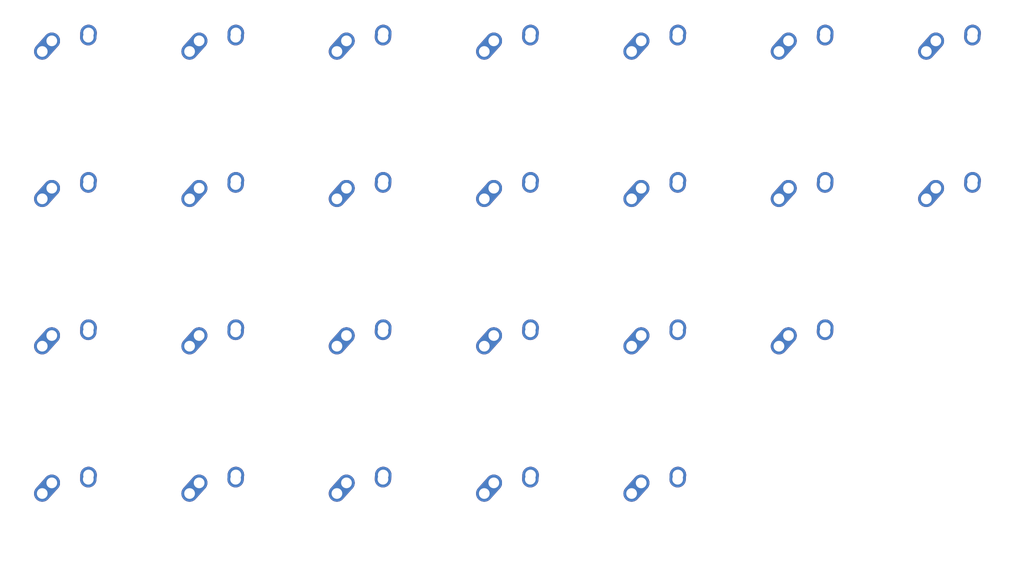
<source format=kicad_pcb>
(kicad_pcb (version 20171130) (host pcbnew "(5.1.9)-1")

  (general
    (thickness 1.6)
    (drawings 0)
    (tracks 0)
    (zones 0)
    (modules 25)
    (nets 31)
  )

  (page A4)
  (layers
    (0 F.Cu signal)
    (31 B.Cu signal)
    (32 B.Adhes user)
    (33 F.Adhes user)
    (34 B.Paste user)
    (35 F.Paste user)
    (36 B.SilkS user)
    (37 F.SilkS user)
    (38 B.Mask user)
    (39 F.Mask user)
    (40 Dwgs.User user)
    (41 Cmts.User user)
    (42 Eco1.User user)
    (43 Eco2.User user)
    (44 Edge.Cuts user)
    (45 Margin user)
    (46 B.CrtYd user)
    (47 F.CrtYd user)
    (48 B.Fab user)
    (49 F.Fab user)
  )

  (setup
    (last_trace_width 0.25)
    (trace_clearance 0.2)
    (zone_clearance 0.508)
    (zone_45_only no)
    (trace_min 0.2)
    (via_size 0.8)
    (via_drill 0.4)
    (via_min_size 0.4)
    (via_min_drill 0.3)
    (uvia_size 0.3)
    (uvia_drill 0.1)
    (uvias_allowed no)
    (uvia_min_size 0.2)
    (uvia_min_drill 0.1)
    (edge_width 0.05)
    (segment_width 0.2)
    (pcb_text_width 0.3)
    (pcb_text_size 1.5 1.5)
    (mod_edge_width 0.12)
    (mod_text_size 1 1)
    (mod_text_width 0.15)
    (pad_size 1.524 1.524)
    (pad_drill 0.762)
    (pad_to_mask_clearance 0)
    (aux_axis_origin 0 0)
    (visible_elements FFFFFF7F)
    (pcbplotparams
      (layerselection 0x010fc_ffffffff)
      (usegerberextensions false)
      (usegerberattributes true)
      (usegerberadvancedattributes true)
      (creategerberjobfile true)
      (excludeedgelayer true)
      (linewidth 0.100000)
      (plotframeref false)
      (viasonmask false)
      (mode 1)
      (useauxorigin false)
      (hpglpennumber 1)
      (hpglpenspeed 20)
      (hpglpendiameter 15.000000)
      (psnegative false)
      (psa4output false)
      (plotreference true)
      (plotvalue true)
      (plotinvisibletext false)
      (padsonsilk false)
      (subtractmaskfromsilk false)
      (outputformat 1)
      (mirror false)
      (drillshape 1)
      (scaleselection 1)
      (outputdirectory ""))
  )

  (net 0 "")
  (net 1 COL0)
  (net 2 "Net-(D1-Pad2)")
  (net 3 "Net-(D2-Pad2)")
  (net 4 "Net-(D3-Pad2)")
  (net 5 "Net-(D4-Pad2)")
  (net 6 "Net-(D5-Pad2)")
  (net 7 COL1)
  (net 8 "Net-(D6-Pad2)")
  (net 9 "Net-(D7-Pad2)")
  (net 10 "Net-(D8-Pad2)")
  (net 11 "Net-(D9-Pad2)")
  (net 12 "Net-(D10-Pad2)")
  (net 13 COL2)
  (net 14 "Net-(D11-Pad2)")
  (net 15 "Net-(D12-Pad2)")
  (net 16 "Net-(D13-Pad2)")
  (net 17 "Net-(D14-Pad2)")
  (net 18 "Net-(D15-Pad2)")
  (net 19 COL3)
  (net 20 "Net-(D16-Pad2)")
  (net 21 "Net-(D17-Pad2)")
  (net 22 "Net-(D18-Pad2)")
  (net 23 "Net-(D19-Pad2)")
  (net 24 "Net-(D20-Pad2)")
  (net 25 COL4)
  (net 26 "Net-(D21-Pad2)")
  (net 27 "Net-(D22-Pad2)")
  (net 28 "Net-(D23-Pad2)")
  (net 29 "Net-(D24-Pad2)")
  (net 30 "Net-(D25-Pad2)")

  (net_class Default "This is the default net class."
    (clearance 0.2)
    (trace_width 0.25)
    (via_dia 0.8)
    (via_drill 0.4)
    (uvia_dia 0.3)
    (uvia_drill 0.1)
    (add_net COL0)
    (add_net COL1)
    (add_net COL2)
    (add_net COL3)
    (add_net COL4)
    (add_net "Net-(D1-Pad2)")
    (add_net "Net-(D10-Pad2)")
    (add_net "Net-(D11-Pad2)")
    (add_net "Net-(D12-Pad2)")
    (add_net "Net-(D13-Pad2)")
    (add_net "Net-(D14-Pad2)")
    (add_net "Net-(D15-Pad2)")
    (add_net "Net-(D16-Pad2)")
    (add_net "Net-(D17-Pad2)")
    (add_net "Net-(D18-Pad2)")
    (add_net "Net-(D19-Pad2)")
    (add_net "Net-(D2-Pad2)")
    (add_net "Net-(D20-Pad2)")
    (add_net "Net-(D21-Pad2)")
    (add_net "Net-(D22-Pad2)")
    (add_net "Net-(D23-Pad2)")
    (add_net "Net-(D24-Pad2)")
    (add_net "Net-(D25-Pad2)")
    (add_net "Net-(D3-Pad2)")
    (add_net "Net-(D4-Pad2)")
    (add_net "Net-(D5-Pad2)")
    (add_net "Net-(D6-Pad2)")
    (add_net "Net-(D7-Pad2)")
    (add_net "Net-(D8-Pad2)")
    (add_net "Net-(D9-Pad2)")
  )

  (module MX_Alps_Hybrid:MX-1U-NoLED (layer F.Cu) (tedit 5A9F5203) (tstamp 605B76B9)
    (at 196.49 78.74)
    (path /605E4EAE)
    (fp_text reference MX25 (at 0 3.175) (layer Dwgs.User)
      (effects (font (size 1 1) (thickness 0.15)))
    )
    (fp_text value MX-NoLED (at 0 -7.9375) (layer Dwgs.User)
      (effects (font (size 1 1) (thickness 0.15)))
    )
    (fp_line (start 5 -7) (end 7 -7) (layer Dwgs.User) (width 0.15))
    (fp_line (start 7 -7) (end 7 -5) (layer Dwgs.User) (width 0.15))
    (fp_line (start 5 7) (end 7 7) (layer Dwgs.User) (width 0.15))
    (fp_line (start 7 7) (end 7 5) (layer Dwgs.User) (width 0.15))
    (fp_line (start -7 5) (end -7 7) (layer Dwgs.User) (width 0.15))
    (fp_line (start -7 7) (end -5 7) (layer Dwgs.User) (width 0.15))
    (fp_line (start -5 -7) (end -7 -7) (layer Dwgs.User) (width 0.15))
    (fp_line (start -7 -7) (end -7 -5) (layer Dwgs.User) (width 0.15))
    (fp_line (start -9.525 -9.525) (end 9.525 -9.525) (layer Dwgs.User) (width 0.15))
    (fp_line (start 9.525 -9.525) (end 9.525 9.525) (layer Dwgs.User) (width 0.15))
    (fp_line (start 9.525 9.525) (end -9.525 9.525) (layer Dwgs.User) (width 0.15))
    (fp_line (start -9.525 9.525) (end -9.525 -9.525) (layer Dwgs.User) (width 0.15))
    (pad "" np_thru_hole circle (at 5.08 0 48.0996) (size 1.75 1.75) (drill 1.75) (layers *.Cu *.Mask))
    (pad "" np_thru_hole circle (at -5.08 0 48.0996) (size 1.75 1.75) (drill 1.75) (layers *.Cu *.Mask))
    (pad 1 thru_hole circle (at -2.5 -4) (size 2.25 2.25) (drill 1.47) (layers *.Cu B.Mask)
      (net 25 COL4))
    (pad "" np_thru_hole circle (at 0 0) (size 3.9878 3.9878) (drill 3.9878) (layers *.Cu *.Mask))
    (pad 1 thru_hole oval (at -3.81 -2.54 48.0996) (size 4.211556 2.25) (drill 1.47 (offset 0.980778 0)) (layers *.Cu B.Mask)
      (net 25 COL4))
    (pad 2 thru_hole circle (at 2.54 -5.08) (size 2.25 2.25) (drill 1.47) (layers *.Cu B.Mask)
      (net 30 "Net-(D25-Pad2)"))
    (pad 2 thru_hole oval (at 2.5 -4.5 86.0548) (size 2.831378 2.25) (drill 1.47 (offset 0.290689 0)) (layers *.Cu B.Mask)
      (net 30 "Net-(D25-Pad2)"))
  )

  (module MX_Alps_Hybrid:MX-1U-NoLED (layer F.Cu) (tedit 5A9F5203) (tstamp 605B76A2)
    (at 176.29 98.94)
    (path /605E4D44)
    (fp_text reference MX20 (at 0 3.175) (layer Dwgs.User)
      (effects (font (size 1 1) (thickness 0.15)))
    )
    (fp_text value MX-NoLED (at 0 -7.9375) (layer Dwgs.User)
      (effects (font (size 1 1) (thickness 0.15)))
    )
    (fp_line (start 5 -7) (end 7 -7) (layer Dwgs.User) (width 0.15))
    (fp_line (start 7 -7) (end 7 -5) (layer Dwgs.User) (width 0.15))
    (fp_line (start 5 7) (end 7 7) (layer Dwgs.User) (width 0.15))
    (fp_line (start 7 7) (end 7 5) (layer Dwgs.User) (width 0.15))
    (fp_line (start -7 5) (end -7 7) (layer Dwgs.User) (width 0.15))
    (fp_line (start -7 7) (end -5 7) (layer Dwgs.User) (width 0.15))
    (fp_line (start -5 -7) (end -7 -7) (layer Dwgs.User) (width 0.15))
    (fp_line (start -7 -7) (end -7 -5) (layer Dwgs.User) (width 0.15))
    (fp_line (start -9.525 -9.525) (end 9.525 -9.525) (layer Dwgs.User) (width 0.15))
    (fp_line (start 9.525 -9.525) (end 9.525 9.525) (layer Dwgs.User) (width 0.15))
    (fp_line (start 9.525 9.525) (end -9.525 9.525) (layer Dwgs.User) (width 0.15))
    (fp_line (start -9.525 9.525) (end -9.525 -9.525) (layer Dwgs.User) (width 0.15))
    (pad "" np_thru_hole circle (at 5.08 0 48.0996) (size 1.75 1.75) (drill 1.75) (layers *.Cu *.Mask))
    (pad "" np_thru_hole circle (at -5.08 0 48.0996) (size 1.75 1.75) (drill 1.75) (layers *.Cu *.Mask))
    (pad 1 thru_hole circle (at -2.5 -4) (size 2.25 2.25) (drill 1.47) (layers *.Cu B.Mask)
      (net 25 COL4))
    (pad "" np_thru_hole circle (at 0 0) (size 3.9878 3.9878) (drill 3.9878) (layers *.Cu *.Mask))
    (pad 1 thru_hole oval (at -3.81 -2.54 48.0996) (size 4.211556 2.25) (drill 1.47 (offset 0.980778 0)) (layers *.Cu B.Mask)
      (net 25 COL4))
    (pad 2 thru_hole circle (at 2.54 -5.08) (size 2.25 2.25) (drill 1.47) (layers *.Cu B.Mask)
      (net 24 "Net-(D20-Pad2)"))
    (pad 2 thru_hole oval (at 2.5 -4.5 86.0548) (size 2.831378 2.25) (drill 1.47 (offset 0.290689 0)) (layers *.Cu B.Mask)
      (net 24 "Net-(D20-Pad2)"))
  )

  (module MX_Alps_Hybrid:MX-1U-NoLED (layer F.Cu) (tedit 5A9F5203) (tstamp 605B768B)
    (at 156.09 119.14)
    (path /605E459C)
    (fp_text reference MX15 (at 0 3.175) (layer Dwgs.User)
      (effects (font (size 1 1) (thickness 0.15)))
    )
    (fp_text value MX-NoLED (at 0 -7.9375) (layer Dwgs.User)
      (effects (font (size 1 1) (thickness 0.15)))
    )
    (fp_line (start 5 -7) (end 7 -7) (layer Dwgs.User) (width 0.15))
    (fp_line (start 7 -7) (end 7 -5) (layer Dwgs.User) (width 0.15))
    (fp_line (start 5 7) (end 7 7) (layer Dwgs.User) (width 0.15))
    (fp_line (start 7 7) (end 7 5) (layer Dwgs.User) (width 0.15))
    (fp_line (start -7 5) (end -7 7) (layer Dwgs.User) (width 0.15))
    (fp_line (start -7 7) (end -5 7) (layer Dwgs.User) (width 0.15))
    (fp_line (start -5 -7) (end -7 -7) (layer Dwgs.User) (width 0.15))
    (fp_line (start -7 -7) (end -7 -5) (layer Dwgs.User) (width 0.15))
    (fp_line (start -9.525 -9.525) (end 9.525 -9.525) (layer Dwgs.User) (width 0.15))
    (fp_line (start 9.525 -9.525) (end 9.525 9.525) (layer Dwgs.User) (width 0.15))
    (fp_line (start 9.525 9.525) (end -9.525 9.525) (layer Dwgs.User) (width 0.15))
    (fp_line (start -9.525 9.525) (end -9.525 -9.525) (layer Dwgs.User) (width 0.15))
    (pad "" np_thru_hole circle (at 5.08 0 48.0996) (size 1.75 1.75) (drill 1.75) (layers *.Cu *.Mask))
    (pad "" np_thru_hole circle (at -5.08 0 48.0996) (size 1.75 1.75) (drill 1.75) (layers *.Cu *.Mask))
    (pad 1 thru_hole circle (at -2.5 -4) (size 2.25 2.25) (drill 1.47) (layers *.Cu B.Mask)
      (net 25 COL4))
    (pad "" np_thru_hole circle (at 0 0) (size 3.9878 3.9878) (drill 3.9878) (layers *.Cu *.Mask))
    (pad 1 thru_hole oval (at -3.81 -2.54 48.0996) (size 4.211556 2.25) (drill 1.47 (offset 0.980778 0)) (layers *.Cu B.Mask)
      (net 25 COL4))
    (pad 2 thru_hole circle (at 2.54 -5.08) (size 2.25 2.25) (drill 1.47) (layers *.Cu B.Mask)
      (net 18 "Net-(D15-Pad2)"))
    (pad 2 thru_hole oval (at 2.5 -4.5 86.0548) (size 2.831378 2.25) (drill 1.47 (offset 0.290689 0)) (layers *.Cu B.Mask)
      (net 18 "Net-(D15-Pad2)"))
  )

  (module MX_Alps_Hybrid:MX-1U-NoLED (layer F.Cu) (tedit 5A9F5203) (tstamp 605B7674)
    (at 196.49 58.54)
    (path /605E367E)
    (fp_text reference MX10 (at 0 3.175) (layer Dwgs.User)
      (effects (font (size 1 1) (thickness 0.15)))
    )
    (fp_text value MX-NoLED (at 0 -7.9375) (layer Dwgs.User)
      (effects (font (size 1 1) (thickness 0.15)))
    )
    (fp_line (start 5 -7) (end 7 -7) (layer Dwgs.User) (width 0.15))
    (fp_line (start 7 -7) (end 7 -5) (layer Dwgs.User) (width 0.15))
    (fp_line (start 5 7) (end 7 7) (layer Dwgs.User) (width 0.15))
    (fp_line (start 7 7) (end 7 5) (layer Dwgs.User) (width 0.15))
    (fp_line (start -7 5) (end -7 7) (layer Dwgs.User) (width 0.15))
    (fp_line (start -7 7) (end -5 7) (layer Dwgs.User) (width 0.15))
    (fp_line (start -5 -7) (end -7 -7) (layer Dwgs.User) (width 0.15))
    (fp_line (start -7 -7) (end -7 -5) (layer Dwgs.User) (width 0.15))
    (fp_line (start -9.525 -9.525) (end 9.525 -9.525) (layer Dwgs.User) (width 0.15))
    (fp_line (start 9.525 -9.525) (end 9.525 9.525) (layer Dwgs.User) (width 0.15))
    (fp_line (start 9.525 9.525) (end -9.525 9.525) (layer Dwgs.User) (width 0.15))
    (fp_line (start -9.525 9.525) (end -9.525 -9.525) (layer Dwgs.User) (width 0.15))
    (pad "" np_thru_hole circle (at 5.08 0 48.0996) (size 1.75 1.75) (drill 1.75) (layers *.Cu *.Mask))
    (pad "" np_thru_hole circle (at -5.08 0 48.0996) (size 1.75 1.75) (drill 1.75) (layers *.Cu *.Mask))
    (pad 1 thru_hole circle (at -2.5 -4) (size 2.25 2.25) (drill 1.47) (layers *.Cu B.Mask)
      (net 25 COL4))
    (pad "" np_thru_hole circle (at 0 0) (size 3.9878 3.9878) (drill 3.9878) (layers *.Cu *.Mask))
    (pad 1 thru_hole oval (at -3.81 -2.54 48.0996) (size 4.211556 2.25) (drill 1.47 (offset 0.980778 0)) (layers *.Cu B.Mask)
      (net 25 COL4))
    (pad 2 thru_hole circle (at 2.54 -5.08) (size 2.25 2.25) (drill 1.47) (layers *.Cu B.Mask)
      (net 12 "Net-(D10-Pad2)"))
    (pad 2 thru_hole oval (at 2.5 -4.5 86.0548) (size 2.831378 2.25) (drill 1.47 (offset 0.290689 0)) (layers *.Cu B.Mask)
      (net 12 "Net-(D10-Pad2)"))
  )

  (module MX_Alps_Hybrid:MX-1U-NoLED (layer F.Cu) (tedit 5A9F5203) (tstamp 605B765D)
    (at 176.29 78.74)
    (path /605E2C29)
    (fp_text reference MX5 (at 0 3.175) (layer Dwgs.User)
      (effects (font (size 1 1) (thickness 0.15)))
    )
    (fp_text value MX-NoLED (at 0 -7.9375) (layer Dwgs.User)
      (effects (font (size 1 1) (thickness 0.15)))
    )
    (fp_line (start 5 -7) (end 7 -7) (layer Dwgs.User) (width 0.15))
    (fp_line (start 7 -7) (end 7 -5) (layer Dwgs.User) (width 0.15))
    (fp_line (start 5 7) (end 7 7) (layer Dwgs.User) (width 0.15))
    (fp_line (start 7 7) (end 7 5) (layer Dwgs.User) (width 0.15))
    (fp_line (start -7 5) (end -7 7) (layer Dwgs.User) (width 0.15))
    (fp_line (start -7 7) (end -5 7) (layer Dwgs.User) (width 0.15))
    (fp_line (start -5 -7) (end -7 -7) (layer Dwgs.User) (width 0.15))
    (fp_line (start -7 -7) (end -7 -5) (layer Dwgs.User) (width 0.15))
    (fp_line (start -9.525 -9.525) (end 9.525 -9.525) (layer Dwgs.User) (width 0.15))
    (fp_line (start 9.525 -9.525) (end 9.525 9.525) (layer Dwgs.User) (width 0.15))
    (fp_line (start 9.525 9.525) (end -9.525 9.525) (layer Dwgs.User) (width 0.15))
    (fp_line (start -9.525 9.525) (end -9.525 -9.525) (layer Dwgs.User) (width 0.15))
    (pad "" np_thru_hole circle (at 5.08 0 48.0996) (size 1.75 1.75) (drill 1.75) (layers *.Cu *.Mask))
    (pad "" np_thru_hole circle (at -5.08 0 48.0996) (size 1.75 1.75) (drill 1.75) (layers *.Cu *.Mask))
    (pad 1 thru_hole circle (at -2.5 -4) (size 2.25 2.25) (drill 1.47) (layers *.Cu B.Mask)
      (net 25 COL4))
    (pad "" np_thru_hole circle (at 0 0) (size 3.9878 3.9878) (drill 3.9878) (layers *.Cu *.Mask))
    (pad 1 thru_hole oval (at -3.81 -2.54 48.0996) (size 4.211556 2.25) (drill 1.47 (offset 0.980778 0)) (layers *.Cu B.Mask)
      (net 25 COL4))
    (pad 2 thru_hole circle (at 2.54 -5.08) (size 2.25 2.25) (drill 1.47) (layers *.Cu B.Mask)
      (net 6 "Net-(D5-Pad2)"))
    (pad 2 thru_hole oval (at 2.5 -4.5 86.0548) (size 2.831378 2.25) (drill 1.47 (offset 0.290689 0)) (layers *.Cu B.Mask)
      (net 6 "Net-(D5-Pad2)"))
  )

  (module MX_Alps_Hybrid:MX-1U-NoLED (layer F.Cu) (tedit 5A9F5203) (tstamp 605B7646)
    (at 156.09 98.94)
    (path /605E5185)
    (fp_text reference MX24 (at 0 3.175) (layer Dwgs.User)
      (effects (font (size 1 1) (thickness 0.15)))
    )
    (fp_text value MX-NoLED (at 0 -7.9375) (layer Dwgs.User)
      (effects (font (size 1 1) (thickness 0.15)))
    )
    (fp_line (start 5 -7) (end 7 -7) (layer Dwgs.User) (width 0.15))
    (fp_line (start 7 -7) (end 7 -5) (layer Dwgs.User) (width 0.15))
    (fp_line (start 5 7) (end 7 7) (layer Dwgs.User) (width 0.15))
    (fp_line (start 7 7) (end 7 5) (layer Dwgs.User) (width 0.15))
    (fp_line (start -7 5) (end -7 7) (layer Dwgs.User) (width 0.15))
    (fp_line (start -7 7) (end -5 7) (layer Dwgs.User) (width 0.15))
    (fp_line (start -5 -7) (end -7 -7) (layer Dwgs.User) (width 0.15))
    (fp_line (start -7 -7) (end -7 -5) (layer Dwgs.User) (width 0.15))
    (fp_line (start -9.525 -9.525) (end 9.525 -9.525) (layer Dwgs.User) (width 0.15))
    (fp_line (start 9.525 -9.525) (end 9.525 9.525) (layer Dwgs.User) (width 0.15))
    (fp_line (start 9.525 9.525) (end -9.525 9.525) (layer Dwgs.User) (width 0.15))
    (fp_line (start -9.525 9.525) (end -9.525 -9.525) (layer Dwgs.User) (width 0.15))
    (pad "" np_thru_hole circle (at 5.08 0 48.0996) (size 1.75 1.75) (drill 1.75) (layers *.Cu *.Mask))
    (pad "" np_thru_hole circle (at -5.08 0 48.0996) (size 1.75 1.75) (drill 1.75) (layers *.Cu *.Mask))
    (pad 1 thru_hole circle (at -2.5 -4) (size 2.25 2.25) (drill 1.47) (layers *.Cu B.Mask)
      (net 19 COL3))
    (pad "" np_thru_hole circle (at 0 0) (size 3.9878 3.9878) (drill 3.9878) (layers *.Cu *.Mask))
    (pad 1 thru_hole oval (at -3.81 -2.54 48.0996) (size 4.211556 2.25) (drill 1.47 (offset 0.980778 0)) (layers *.Cu B.Mask)
      (net 19 COL3))
    (pad 2 thru_hole circle (at 2.54 -5.08) (size 2.25 2.25) (drill 1.47) (layers *.Cu B.Mask)
      (net 29 "Net-(D24-Pad2)"))
    (pad 2 thru_hole oval (at 2.5 -4.5 86.0548) (size 2.831378 2.25) (drill 1.47 (offset 0.290689 0)) (layers *.Cu B.Mask)
      (net 29 "Net-(D24-Pad2)"))
  )

  (module MX_Alps_Hybrid:MX-1U-NoLED (layer F.Cu) (tedit 5A9F5203) (tstamp 605B762F)
    (at 135.89 119.14)
    (path /605E4BDA)
    (fp_text reference MX19 (at 0 3.175) (layer Dwgs.User)
      (effects (font (size 1 1) (thickness 0.15)))
    )
    (fp_text value MX-NoLED (at 0 -7.9375) (layer Dwgs.User)
      (effects (font (size 1 1) (thickness 0.15)))
    )
    (fp_line (start 5 -7) (end 7 -7) (layer Dwgs.User) (width 0.15))
    (fp_line (start 7 -7) (end 7 -5) (layer Dwgs.User) (width 0.15))
    (fp_line (start 5 7) (end 7 7) (layer Dwgs.User) (width 0.15))
    (fp_line (start 7 7) (end 7 5) (layer Dwgs.User) (width 0.15))
    (fp_line (start -7 5) (end -7 7) (layer Dwgs.User) (width 0.15))
    (fp_line (start -7 7) (end -5 7) (layer Dwgs.User) (width 0.15))
    (fp_line (start -5 -7) (end -7 -7) (layer Dwgs.User) (width 0.15))
    (fp_line (start -7 -7) (end -7 -5) (layer Dwgs.User) (width 0.15))
    (fp_line (start -9.525 -9.525) (end 9.525 -9.525) (layer Dwgs.User) (width 0.15))
    (fp_line (start 9.525 -9.525) (end 9.525 9.525) (layer Dwgs.User) (width 0.15))
    (fp_line (start 9.525 9.525) (end -9.525 9.525) (layer Dwgs.User) (width 0.15))
    (fp_line (start -9.525 9.525) (end -9.525 -9.525) (layer Dwgs.User) (width 0.15))
    (pad "" np_thru_hole circle (at 5.08 0 48.0996) (size 1.75 1.75) (drill 1.75) (layers *.Cu *.Mask))
    (pad "" np_thru_hole circle (at -5.08 0 48.0996) (size 1.75 1.75) (drill 1.75) (layers *.Cu *.Mask))
    (pad 1 thru_hole circle (at -2.5 -4) (size 2.25 2.25) (drill 1.47) (layers *.Cu B.Mask)
      (net 19 COL3))
    (pad "" np_thru_hole circle (at 0 0) (size 3.9878 3.9878) (drill 3.9878) (layers *.Cu *.Mask))
    (pad 1 thru_hole oval (at -3.81 -2.54 48.0996) (size 4.211556 2.25) (drill 1.47 (offset 0.980778 0)) (layers *.Cu B.Mask)
      (net 19 COL3))
    (pad 2 thru_hole circle (at 2.54 -5.08) (size 2.25 2.25) (drill 1.47) (layers *.Cu B.Mask)
      (net 23 "Net-(D19-Pad2)"))
    (pad 2 thru_hole oval (at 2.5 -4.5 86.0548) (size 2.831378 2.25) (drill 1.47 (offset 0.290689 0)) (layers *.Cu B.Mask)
      (net 23 "Net-(D19-Pad2)"))
  )

  (module MX_Alps_Hybrid:MX-1U-NoLED (layer F.Cu) (tedit 5A9F5203) (tstamp 605B7618)
    (at 176.29 58.54)
    (path /605E451D)
    (fp_text reference MX14 (at 0 3.175) (layer Dwgs.User)
      (effects (font (size 1 1) (thickness 0.15)))
    )
    (fp_text value MX-NoLED (at 0 -7.9375) (layer Dwgs.User)
      (effects (font (size 1 1) (thickness 0.15)))
    )
    (fp_line (start 5 -7) (end 7 -7) (layer Dwgs.User) (width 0.15))
    (fp_line (start 7 -7) (end 7 -5) (layer Dwgs.User) (width 0.15))
    (fp_line (start 5 7) (end 7 7) (layer Dwgs.User) (width 0.15))
    (fp_line (start 7 7) (end 7 5) (layer Dwgs.User) (width 0.15))
    (fp_line (start -7 5) (end -7 7) (layer Dwgs.User) (width 0.15))
    (fp_line (start -7 7) (end -5 7) (layer Dwgs.User) (width 0.15))
    (fp_line (start -5 -7) (end -7 -7) (layer Dwgs.User) (width 0.15))
    (fp_line (start -7 -7) (end -7 -5) (layer Dwgs.User) (width 0.15))
    (fp_line (start -9.525 -9.525) (end 9.525 -9.525) (layer Dwgs.User) (width 0.15))
    (fp_line (start 9.525 -9.525) (end 9.525 9.525) (layer Dwgs.User) (width 0.15))
    (fp_line (start 9.525 9.525) (end -9.525 9.525) (layer Dwgs.User) (width 0.15))
    (fp_line (start -9.525 9.525) (end -9.525 -9.525) (layer Dwgs.User) (width 0.15))
    (pad "" np_thru_hole circle (at 5.08 0 48.0996) (size 1.75 1.75) (drill 1.75) (layers *.Cu *.Mask))
    (pad "" np_thru_hole circle (at -5.08 0 48.0996) (size 1.75 1.75) (drill 1.75) (layers *.Cu *.Mask))
    (pad 1 thru_hole circle (at -2.5 -4) (size 2.25 2.25) (drill 1.47) (layers *.Cu B.Mask)
      (net 19 COL3))
    (pad "" np_thru_hole circle (at 0 0) (size 3.9878 3.9878) (drill 3.9878) (layers *.Cu *.Mask))
    (pad 1 thru_hole oval (at -3.81 -2.54 48.0996) (size 4.211556 2.25) (drill 1.47 (offset 0.980778 0)) (layers *.Cu B.Mask)
      (net 19 COL3))
    (pad 2 thru_hole circle (at 2.54 -5.08) (size 2.25 2.25) (drill 1.47) (layers *.Cu B.Mask)
      (net 17 "Net-(D14-Pad2)"))
    (pad 2 thru_hole oval (at 2.5 -4.5 86.0548) (size 2.831378 2.25) (drill 1.47 (offset 0.290689 0)) (layers *.Cu B.Mask)
      (net 17 "Net-(D14-Pad2)"))
  )

  (module MX_Alps_Hybrid:MX-1U-NoLED (layer F.Cu) (tedit 5A9F5203) (tstamp 605B7601)
    (at 156.09 78.74)
    (path /605E3555)
    (fp_text reference MX9 (at 0 3.175) (layer Dwgs.User)
      (effects (font (size 1 1) (thickness 0.15)))
    )
    (fp_text value MX-NoLED (at 0 -7.9375) (layer Dwgs.User)
      (effects (font (size 1 1) (thickness 0.15)))
    )
    (fp_line (start 5 -7) (end 7 -7) (layer Dwgs.User) (width 0.15))
    (fp_line (start 7 -7) (end 7 -5) (layer Dwgs.User) (width 0.15))
    (fp_line (start 5 7) (end 7 7) (layer Dwgs.User) (width 0.15))
    (fp_line (start 7 7) (end 7 5) (layer Dwgs.User) (width 0.15))
    (fp_line (start -7 5) (end -7 7) (layer Dwgs.User) (width 0.15))
    (fp_line (start -7 7) (end -5 7) (layer Dwgs.User) (width 0.15))
    (fp_line (start -5 -7) (end -7 -7) (layer Dwgs.User) (width 0.15))
    (fp_line (start -7 -7) (end -7 -5) (layer Dwgs.User) (width 0.15))
    (fp_line (start -9.525 -9.525) (end 9.525 -9.525) (layer Dwgs.User) (width 0.15))
    (fp_line (start 9.525 -9.525) (end 9.525 9.525) (layer Dwgs.User) (width 0.15))
    (fp_line (start 9.525 9.525) (end -9.525 9.525) (layer Dwgs.User) (width 0.15))
    (fp_line (start -9.525 9.525) (end -9.525 -9.525) (layer Dwgs.User) (width 0.15))
    (pad "" np_thru_hole circle (at 5.08 0 48.0996) (size 1.75 1.75) (drill 1.75) (layers *.Cu *.Mask))
    (pad "" np_thru_hole circle (at -5.08 0 48.0996) (size 1.75 1.75) (drill 1.75) (layers *.Cu *.Mask))
    (pad 1 thru_hole circle (at -2.5 -4) (size 2.25 2.25) (drill 1.47) (layers *.Cu B.Mask)
      (net 19 COL3))
    (pad "" np_thru_hole circle (at 0 0) (size 3.9878 3.9878) (drill 3.9878) (layers *.Cu *.Mask))
    (pad 1 thru_hole oval (at -3.81 -2.54 48.0996) (size 4.211556 2.25) (drill 1.47 (offset 0.980778 0)) (layers *.Cu B.Mask)
      (net 19 COL3))
    (pad 2 thru_hole circle (at 2.54 -5.08) (size 2.25 2.25) (drill 1.47) (layers *.Cu B.Mask)
      (net 11 "Net-(D9-Pad2)"))
    (pad 2 thru_hole oval (at 2.5 -4.5 86.0548) (size 2.831378 2.25) (drill 1.47 (offset 0.290689 0)) (layers *.Cu B.Mask)
      (net 11 "Net-(D9-Pad2)"))
  )

  (module MX_Alps_Hybrid:MX-1U-NoLED (layer F.Cu) (tedit 5A9F5203) (tstamp 605B75EA)
    (at 135.89 98.94)
    (path /605E2975)
    (fp_text reference MX4 (at 0 3.175) (layer Dwgs.User)
      (effects (font (size 1 1) (thickness 0.15)))
    )
    (fp_text value MX-NoLED (at 0 -7.9375) (layer Dwgs.User)
      (effects (font (size 1 1) (thickness 0.15)))
    )
    (fp_line (start 5 -7) (end 7 -7) (layer Dwgs.User) (width 0.15))
    (fp_line (start 7 -7) (end 7 -5) (layer Dwgs.User) (width 0.15))
    (fp_line (start 5 7) (end 7 7) (layer Dwgs.User) (width 0.15))
    (fp_line (start 7 7) (end 7 5) (layer Dwgs.User) (width 0.15))
    (fp_line (start -7 5) (end -7 7) (layer Dwgs.User) (width 0.15))
    (fp_line (start -7 7) (end -5 7) (layer Dwgs.User) (width 0.15))
    (fp_line (start -5 -7) (end -7 -7) (layer Dwgs.User) (width 0.15))
    (fp_line (start -7 -7) (end -7 -5) (layer Dwgs.User) (width 0.15))
    (fp_line (start -9.525 -9.525) (end 9.525 -9.525) (layer Dwgs.User) (width 0.15))
    (fp_line (start 9.525 -9.525) (end 9.525 9.525) (layer Dwgs.User) (width 0.15))
    (fp_line (start 9.525 9.525) (end -9.525 9.525) (layer Dwgs.User) (width 0.15))
    (fp_line (start -9.525 9.525) (end -9.525 -9.525) (layer Dwgs.User) (width 0.15))
    (pad "" np_thru_hole circle (at 5.08 0 48.0996) (size 1.75 1.75) (drill 1.75) (layers *.Cu *.Mask))
    (pad "" np_thru_hole circle (at -5.08 0 48.0996) (size 1.75 1.75) (drill 1.75) (layers *.Cu *.Mask))
    (pad 1 thru_hole circle (at -2.5 -4) (size 2.25 2.25) (drill 1.47) (layers *.Cu B.Mask)
      (net 19 COL3))
    (pad "" np_thru_hole circle (at 0 0) (size 3.9878 3.9878) (drill 3.9878) (layers *.Cu *.Mask))
    (pad 1 thru_hole oval (at -3.81 -2.54 48.0996) (size 4.211556 2.25) (drill 1.47 (offset 0.980778 0)) (layers *.Cu B.Mask)
      (net 19 COL3))
    (pad 2 thru_hole circle (at 2.54 -5.08) (size 2.25 2.25) (drill 1.47) (layers *.Cu B.Mask)
      (net 5 "Net-(D4-Pad2)"))
    (pad 2 thru_hole oval (at 2.5 -4.5 86.0548) (size 2.831378 2.25) (drill 1.47 (offset 0.290689 0)) (layers *.Cu B.Mask)
      (net 5 "Net-(D4-Pad2)"))
  )

  (module MX_Alps_Hybrid:MX-1U-NoLED (layer F.Cu) (tedit 5A9F5203) (tstamp 605B75D3)
    (at 115.69 119.14)
    (path /605E5443)
    (fp_text reference MX23 (at 0 3.175) (layer Dwgs.User)
      (effects (font (size 1 1) (thickness 0.15)))
    )
    (fp_text value MX-NoLED (at 0 -7.9375) (layer Dwgs.User)
      (effects (font (size 1 1) (thickness 0.15)))
    )
    (fp_line (start 5 -7) (end 7 -7) (layer Dwgs.User) (width 0.15))
    (fp_line (start 7 -7) (end 7 -5) (layer Dwgs.User) (width 0.15))
    (fp_line (start 5 7) (end 7 7) (layer Dwgs.User) (width 0.15))
    (fp_line (start 7 7) (end 7 5) (layer Dwgs.User) (width 0.15))
    (fp_line (start -7 5) (end -7 7) (layer Dwgs.User) (width 0.15))
    (fp_line (start -7 7) (end -5 7) (layer Dwgs.User) (width 0.15))
    (fp_line (start -5 -7) (end -7 -7) (layer Dwgs.User) (width 0.15))
    (fp_line (start -7 -7) (end -7 -5) (layer Dwgs.User) (width 0.15))
    (fp_line (start -9.525 -9.525) (end 9.525 -9.525) (layer Dwgs.User) (width 0.15))
    (fp_line (start 9.525 -9.525) (end 9.525 9.525) (layer Dwgs.User) (width 0.15))
    (fp_line (start 9.525 9.525) (end -9.525 9.525) (layer Dwgs.User) (width 0.15))
    (fp_line (start -9.525 9.525) (end -9.525 -9.525) (layer Dwgs.User) (width 0.15))
    (pad "" np_thru_hole circle (at 5.08 0 48.0996) (size 1.75 1.75) (drill 1.75) (layers *.Cu *.Mask))
    (pad "" np_thru_hole circle (at -5.08 0 48.0996) (size 1.75 1.75) (drill 1.75) (layers *.Cu *.Mask))
    (pad 1 thru_hole circle (at -2.5 -4) (size 2.25 2.25) (drill 1.47) (layers *.Cu B.Mask)
      (net 13 COL2))
    (pad "" np_thru_hole circle (at 0 0) (size 3.9878 3.9878) (drill 3.9878) (layers *.Cu *.Mask))
    (pad 1 thru_hole oval (at -3.81 -2.54 48.0996) (size 4.211556 2.25) (drill 1.47 (offset 0.980778 0)) (layers *.Cu B.Mask)
      (net 13 COL2))
    (pad 2 thru_hole circle (at 2.54 -5.08) (size 2.25 2.25) (drill 1.47) (layers *.Cu B.Mask)
      (net 28 "Net-(D23-Pad2)"))
    (pad 2 thru_hole oval (at 2.5 -4.5 86.0548) (size 2.831378 2.25) (drill 1.47 (offset 0.290689 0)) (layers *.Cu B.Mask)
      (net 28 "Net-(D23-Pad2)"))
  )

  (module MX_Alps_Hybrid:MX-1U-NoLED (layer F.Cu) (tedit 5A9F5203) (tstamp 605B75BC)
    (at 75.29 58.54)
    (path /605E4AA2)
    (fp_text reference MX18 (at 0 3.175) (layer Dwgs.User)
      (effects (font (size 1 1) (thickness 0.15)))
    )
    (fp_text value MX-NoLED (at 0 -7.9375) (layer Dwgs.User)
      (effects (font (size 1 1) (thickness 0.15)))
    )
    (fp_line (start 5 -7) (end 7 -7) (layer Dwgs.User) (width 0.15))
    (fp_line (start 7 -7) (end 7 -5) (layer Dwgs.User) (width 0.15))
    (fp_line (start 5 7) (end 7 7) (layer Dwgs.User) (width 0.15))
    (fp_line (start 7 7) (end 7 5) (layer Dwgs.User) (width 0.15))
    (fp_line (start -7 5) (end -7 7) (layer Dwgs.User) (width 0.15))
    (fp_line (start -7 7) (end -5 7) (layer Dwgs.User) (width 0.15))
    (fp_line (start -5 -7) (end -7 -7) (layer Dwgs.User) (width 0.15))
    (fp_line (start -7 -7) (end -7 -5) (layer Dwgs.User) (width 0.15))
    (fp_line (start -9.525 -9.525) (end 9.525 -9.525) (layer Dwgs.User) (width 0.15))
    (fp_line (start 9.525 -9.525) (end 9.525 9.525) (layer Dwgs.User) (width 0.15))
    (fp_line (start 9.525 9.525) (end -9.525 9.525) (layer Dwgs.User) (width 0.15))
    (fp_line (start -9.525 9.525) (end -9.525 -9.525) (layer Dwgs.User) (width 0.15))
    (pad "" np_thru_hole circle (at 5.08 0 48.0996) (size 1.75 1.75) (drill 1.75) (layers *.Cu *.Mask))
    (pad "" np_thru_hole circle (at -5.08 0 48.0996) (size 1.75 1.75) (drill 1.75) (layers *.Cu *.Mask))
    (pad 1 thru_hole circle (at -2.5 -4) (size 2.25 2.25) (drill 1.47) (layers *.Cu B.Mask)
      (net 13 COL2))
    (pad "" np_thru_hole circle (at 0 0) (size 3.9878 3.9878) (drill 3.9878) (layers *.Cu *.Mask))
    (pad 1 thru_hole oval (at -3.81 -2.54 48.0996) (size 4.211556 2.25) (drill 1.47 (offset 0.980778 0)) (layers *.Cu B.Mask)
      (net 13 COL2))
    (pad 2 thru_hole circle (at 2.54 -5.08) (size 2.25 2.25) (drill 1.47) (layers *.Cu B.Mask)
      (net 22 "Net-(D18-Pad2)"))
    (pad 2 thru_hole oval (at 2.5 -4.5 86.0548) (size 2.831378 2.25) (drill 1.47 (offset 0.290689 0)) (layers *.Cu B.Mask)
      (net 22 "Net-(D18-Pad2)"))
  )

  (module MX_Alps_Hybrid:MX-1U-NoLED (layer F.Cu) (tedit 5A9F5203) (tstamp 605B75A5)
    (at 156.09 58.54)
    (path /605E448A)
    (fp_text reference MX13 (at 0 3.175) (layer Dwgs.User)
      (effects (font (size 1 1) (thickness 0.15)))
    )
    (fp_text value MX-NoLED (at 0 -7.9375) (layer Dwgs.User)
      (effects (font (size 1 1) (thickness 0.15)))
    )
    (fp_line (start 5 -7) (end 7 -7) (layer Dwgs.User) (width 0.15))
    (fp_line (start 7 -7) (end 7 -5) (layer Dwgs.User) (width 0.15))
    (fp_line (start 5 7) (end 7 7) (layer Dwgs.User) (width 0.15))
    (fp_line (start 7 7) (end 7 5) (layer Dwgs.User) (width 0.15))
    (fp_line (start -7 5) (end -7 7) (layer Dwgs.User) (width 0.15))
    (fp_line (start -7 7) (end -5 7) (layer Dwgs.User) (width 0.15))
    (fp_line (start -5 -7) (end -7 -7) (layer Dwgs.User) (width 0.15))
    (fp_line (start -7 -7) (end -7 -5) (layer Dwgs.User) (width 0.15))
    (fp_line (start -9.525 -9.525) (end 9.525 -9.525) (layer Dwgs.User) (width 0.15))
    (fp_line (start 9.525 -9.525) (end 9.525 9.525) (layer Dwgs.User) (width 0.15))
    (fp_line (start 9.525 9.525) (end -9.525 9.525) (layer Dwgs.User) (width 0.15))
    (fp_line (start -9.525 9.525) (end -9.525 -9.525) (layer Dwgs.User) (width 0.15))
    (pad "" np_thru_hole circle (at 5.08 0 48.0996) (size 1.75 1.75) (drill 1.75) (layers *.Cu *.Mask))
    (pad "" np_thru_hole circle (at -5.08 0 48.0996) (size 1.75 1.75) (drill 1.75) (layers *.Cu *.Mask))
    (pad 1 thru_hole circle (at -2.5 -4) (size 2.25 2.25) (drill 1.47) (layers *.Cu B.Mask)
      (net 13 COL2))
    (pad "" np_thru_hole circle (at 0 0) (size 3.9878 3.9878) (drill 3.9878) (layers *.Cu *.Mask))
    (pad 1 thru_hole oval (at -3.81 -2.54 48.0996) (size 4.211556 2.25) (drill 1.47 (offset 0.980778 0)) (layers *.Cu B.Mask)
      (net 13 COL2))
    (pad 2 thru_hole circle (at 2.54 -5.08) (size 2.25 2.25) (drill 1.47) (layers *.Cu B.Mask)
      (net 16 "Net-(D13-Pad2)"))
    (pad 2 thru_hole oval (at 2.5 -4.5 86.0548) (size 2.831378 2.25) (drill 1.47 (offset 0.290689 0)) (layers *.Cu B.Mask)
      (net 16 "Net-(D13-Pad2)"))
  )

  (module MX_Alps_Hybrid:MX-1U-NoLED (layer F.Cu) (tedit 5A9F5203) (tstamp 605B758E)
    (at 115.69 98.94)
    (path /605E340E)
    (fp_text reference MX8 (at 0 3.175) (layer Dwgs.User)
      (effects (font (size 1 1) (thickness 0.15)))
    )
    (fp_text value MX-NoLED (at 0 -7.9375) (layer Dwgs.User)
      (effects (font (size 1 1) (thickness 0.15)))
    )
    (fp_line (start 5 -7) (end 7 -7) (layer Dwgs.User) (width 0.15))
    (fp_line (start 7 -7) (end 7 -5) (layer Dwgs.User) (width 0.15))
    (fp_line (start 5 7) (end 7 7) (layer Dwgs.User) (width 0.15))
    (fp_line (start 7 7) (end 7 5) (layer Dwgs.User) (width 0.15))
    (fp_line (start -7 5) (end -7 7) (layer Dwgs.User) (width 0.15))
    (fp_line (start -7 7) (end -5 7) (layer Dwgs.User) (width 0.15))
    (fp_line (start -5 -7) (end -7 -7) (layer Dwgs.User) (width 0.15))
    (fp_line (start -7 -7) (end -7 -5) (layer Dwgs.User) (width 0.15))
    (fp_line (start -9.525 -9.525) (end 9.525 -9.525) (layer Dwgs.User) (width 0.15))
    (fp_line (start 9.525 -9.525) (end 9.525 9.525) (layer Dwgs.User) (width 0.15))
    (fp_line (start 9.525 9.525) (end -9.525 9.525) (layer Dwgs.User) (width 0.15))
    (fp_line (start -9.525 9.525) (end -9.525 -9.525) (layer Dwgs.User) (width 0.15))
    (pad "" np_thru_hole circle (at 5.08 0 48.0996) (size 1.75 1.75) (drill 1.75) (layers *.Cu *.Mask))
    (pad "" np_thru_hole circle (at -5.08 0 48.0996) (size 1.75 1.75) (drill 1.75) (layers *.Cu *.Mask))
    (pad 1 thru_hole circle (at -2.5 -4) (size 2.25 2.25) (drill 1.47) (layers *.Cu B.Mask)
      (net 13 COL2))
    (pad "" np_thru_hole circle (at 0 0) (size 3.9878 3.9878) (drill 3.9878) (layers *.Cu *.Mask))
    (pad 1 thru_hole oval (at -3.81 -2.54 48.0996) (size 4.211556 2.25) (drill 1.47 (offset 0.980778 0)) (layers *.Cu B.Mask)
      (net 13 COL2))
    (pad 2 thru_hole circle (at 2.54 -5.08) (size 2.25 2.25) (drill 1.47) (layers *.Cu B.Mask)
      (net 10 "Net-(D8-Pad2)"))
    (pad 2 thru_hole oval (at 2.5 -4.5 86.0548) (size 2.831378 2.25) (drill 1.47 (offset 0.290689 0)) (layers *.Cu B.Mask)
      (net 10 "Net-(D8-Pad2)"))
  )

  (module MX_Alps_Hybrid:MX-1U-NoLED (layer F.Cu) (tedit 5A9F5203) (tstamp 605B7577)
    (at 95.49 119.14)
    (path /605E27E3)
    (fp_text reference MX3 (at 0 3.175) (layer Dwgs.User)
      (effects (font (size 1 1) (thickness 0.15)))
    )
    (fp_text value MX-NoLED (at 0 -7.9375) (layer Dwgs.User)
      (effects (font (size 1 1) (thickness 0.15)))
    )
    (fp_line (start 5 -7) (end 7 -7) (layer Dwgs.User) (width 0.15))
    (fp_line (start 7 -7) (end 7 -5) (layer Dwgs.User) (width 0.15))
    (fp_line (start 5 7) (end 7 7) (layer Dwgs.User) (width 0.15))
    (fp_line (start 7 7) (end 7 5) (layer Dwgs.User) (width 0.15))
    (fp_line (start -7 5) (end -7 7) (layer Dwgs.User) (width 0.15))
    (fp_line (start -7 7) (end -5 7) (layer Dwgs.User) (width 0.15))
    (fp_line (start -5 -7) (end -7 -7) (layer Dwgs.User) (width 0.15))
    (fp_line (start -7 -7) (end -7 -5) (layer Dwgs.User) (width 0.15))
    (fp_line (start -9.525 -9.525) (end 9.525 -9.525) (layer Dwgs.User) (width 0.15))
    (fp_line (start 9.525 -9.525) (end 9.525 9.525) (layer Dwgs.User) (width 0.15))
    (fp_line (start 9.525 9.525) (end -9.525 9.525) (layer Dwgs.User) (width 0.15))
    (fp_line (start -9.525 9.525) (end -9.525 -9.525) (layer Dwgs.User) (width 0.15))
    (pad "" np_thru_hole circle (at 5.08 0 48.0996) (size 1.75 1.75) (drill 1.75) (layers *.Cu *.Mask))
    (pad "" np_thru_hole circle (at -5.08 0 48.0996) (size 1.75 1.75) (drill 1.75) (layers *.Cu *.Mask))
    (pad 1 thru_hole circle (at -2.5 -4) (size 2.25 2.25) (drill 1.47) (layers *.Cu B.Mask)
      (net 13 COL2))
    (pad "" np_thru_hole circle (at 0 0) (size 3.9878 3.9878) (drill 3.9878) (layers *.Cu *.Mask))
    (pad 1 thru_hole oval (at -3.81 -2.54 48.0996) (size 4.211556 2.25) (drill 1.47 (offset 0.980778 0)) (layers *.Cu B.Mask)
      (net 13 COL2))
    (pad 2 thru_hole circle (at 2.54 -5.08) (size 2.25 2.25) (drill 1.47) (layers *.Cu B.Mask)
      (net 4 "Net-(D3-Pad2)"))
    (pad 2 thru_hole oval (at 2.5 -4.5 86.0548) (size 2.831378 2.25) (drill 1.47 (offset 0.290689 0)) (layers *.Cu B.Mask)
      (net 4 "Net-(D3-Pad2)"))
  )

  (module MX_Alps_Hybrid:MX-1U-NoLED (layer F.Cu) (tedit 5A9F5203) (tstamp 605B7560)
    (at 135.89 58.54)
    (path /605E55E4)
    (fp_text reference MX22 (at 0 3.175) (layer Dwgs.User)
      (effects (font (size 1 1) (thickness 0.15)))
    )
    (fp_text value MX-NoLED (at 0 -7.9375) (layer Dwgs.User)
      (effects (font (size 1 1) (thickness 0.15)))
    )
    (fp_line (start 5 -7) (end 7 -7) (layer Dwgs.User) (width 0.15))
    (fp_line (start 7 -7) (end 7 -5) (layer Dwgs.User) (width 0.15))
    (fp_line (start 5 7) (end 7 7) (layer Dwgs.User) (width 0.15))
    (fp_line (start 7 7) (end 7 5) (layer Dwgs.User) (width 0.15))
    (fp_line (start -7 5) (end -7 7) (layer Dwgs.User) (width 0.15))
    (fp_line (start -7 7) (end -5 7) (layer Dwgs.User) (width 0.15))
    (fp_line (start -5 -7) (end -7 -7) (layer Dwgs.User) (width 0.15))
    (fp_line (start -7 -7) (end -7 -5) (layer Dwgs.User) (width 0.15))
    (fp_line (start -9.525 -9.525) (end 9.525 -9.525) (layer Dwgs.User) (width 0.15))
    (fp_line (start 9.525 -9.525) (end 9.525 9.525) (layer Dwgs.User) (width 0.15))
    (fp_line (start 9.525 9.525) (end -9.525 9.525) (layer Dwgs.User) (width 0.15))
    (fp_line (start -9.525 9.525) (end -9.525 -9.525) (layer Dwgs.User) (width 0.15))
    (pad "" np_thru_hole circle (at 5.08 0 48.0996) (size 1.75 1.75) (drill 1.75) (layers *.Cu *.Mask))
    (pad "" np_thru_hole circle (at -5.08 0 48.0996) (size 1.75 1.75) (drill 1.75) (layers *.Cu *.Mask))
    (pad 1 thru_hole circle (at -2.5 -4) (size 2.25 2.25) (drill 1.47) (layers *.Cu B.Mask)
      (net 7 COL1))
    (pad "" np_thru_hole circle (at 0 0) (size 3.9878 3.9878) (drill 3.9878) (layers *.Cu *.Mask))
    (pad 1 thru_hole oval (at -3.81 -2.54 48.0996) (size 4.211556 2.25) (drill 1.47 (offset 0.980778 0)) (layers *.Cu B.Mask)
      (net 7 COL1))
    (pad 2 thru_hole circle (at 2.54 -5.08) (size 2.25 2.25) (drill 1.47) (layers *.Cu B.Mask)
      (net 27 "Net-(D22-Pad2)"))
    (pad 2 thru_hole oval (at 2.5 -4.5 86.0548) (size 2.831378 2.25) (drill 1.47 (offset 0.290689 0)) (layers *.Cu B.Mask)
      (net 27 "Net-(D22-Pad2)"))
  )

  (module MX_Alps_Hybrid:MX-1U-NoLED (layer F.Cu) (tedit 5A9F5203) (tstamp 605B7549)
    (at 115.69 78.74)
    (path /605E49D3)
    (fp_text reference MX17 (at 0 3.175) (layer Dwgs.User)
      (effects (font (size 1 1) (thickness 0.15)))
    )
    (fp_text value MX-NoLED (at 0 -7.9375) (layer Dwgs.User)
      (effects (font (size 1 1) (thickness 0.15)))
    )
    (fp_line (start 5 -7) (end 7 -7) (layer Dwgs.User) (width 0.15))
    (fp_line (start 7 -7) (end 7 -5) (layer Dwgs.User) (width 0.15))
    (fp_line (start 5 7) (end 7 7) (layer Dwgs.User) (width 0.15))
    (fp_line (start 7 7) (end 7 5) (layer Dwgs.User) (width 0.15))
    (fp_line (start -7 5) (end -7 7) (layer Dwgs.User) (width 0.15))
    (fp_line (start -7 7) (end -5 7) (layer Dwgs.User) (width 0.15))
    (fp_line (start -5 -7) (end -7 -7) (layer Dwgs.User) (width 0.15))
    (fp_line (start -7 -7) (end -7 -5) (layer Dwgs.User) (width 0.15))
    (fp_line (start -9.525 -9.525) (end 9.525 -9.525) (layer Dwgs.User) (width 0.15))
    (fp_line (start 9.525 -9.525) (end 9.525 9.525) (layer Dwgs.User) (width 0.15))
    (fp_line (start 9.525 9.525) (end -9.525 9.525) (layer Dwgs.User) (width 0.15))
    (fp_line (start -9.525 9.525) (end -9.525 -9.525) (layer Dwgs.User) (width 0.15))
    (pad "" np_thru_hole circle (at 5.08 0 48.0996) (size 1.75 1.75) (drill 1.75) (layers *.Cu *.Mask))
    (pad "" np_thru_hole circle (at -5.08 0 48.0996) (size 1.75 1.75) (drill 1.75) (layers *.Cu *.Mask))
    (pad 1 thru_hole circle (at -2.5 -4) (size 2.25 2.25) (drill 1.47) (layers *.Cu B.Mask)
      (net 7 COL1))
    (pad "" np_thru_hole circle (at 0 0) (size 3.9878 3.9878) (drill 3.9878) (layers *.Cu *.Mask))
    (pad 1 thru_hole oval (at -3.81 -2.54 48.0996) (size 4.211556 2.25) (drill 1.47 (offset 0.980778 0)) (layers *.Cu B.Mask)
      (net 7 COL1))
    (pad 2 thru_hole circle (at 2.54 -5.08) (size 2.25 2.25) (drill 1.47) (layers *.Cu B.Mask)
      (net 21 "Net-(D17-Pad2)"))
    (pad 2 thru_hole oval (at 2.5 -4.5 86.0548) (size 2.831378 2.25) (drill 1.47 (offset 0.290689 0)) (layers *.Cu B.Mask)
      (net 21 "Net-(D17-Pad2)"))
  )

  (module MX_Alps_Hybrid:MX-1U-NoLED (layer F.Cu) (tedit 5A9F5203) (tstamp 605B7532)
    (at 95.49 98.94)
    (path /605E4352)
    (fp_text reference MX12 (at 0 3.175) (layer Dwgs.User)
      (effects (font (size 1 1) (thickness 0.15)))
    )
    (fp_text value MX-NoLED (at 0 -7.9375) (layer Dwgs.User)
      (effects (font (size 1 1) (thickness 0.15)))
    )
    (fp_line (start 5 -7) (end 7 -7) (layer Dwgs.User) (width 0.15))
    (fp_line (start 7 -7) (end 7 -5) (layer Dwgs.User) (width 0.15))
    (fp_line (start 5 7) (end 7 7) (layer Dwgs.User) (width 0.15))
    (fp_line (start 7 7) (end 7 5) (layer Dwgs.User) (width 0.15))
    (fp_line (start -7 5) (end -7 7) (layer Dwgs.User) (width 0.15))
    (fp_line (start -7 7) (end -5 7) (layer Dwgs.User) (width 0.15))
    (fp_line (start -5 -7) (end -7 -7) (layer Dwgs.User) (width 0.15))
    (fp_line (start -7 -7) (end -7 -5) (layer Dwgs.User) (width 0.15))
    (fp_line (start -9.525 -9.525) (end 9.525 -9.525) (layer Dwgs.User) (width 0.15))
    (fp_line (start 9.525 -9.525) (end 9.525 9.525) (layer Dwgs.User) (width 0.15))
    (fp_line (start 9.525 9.525) (end -9.525 9.525) (layer Dwgs.User) (width 0.15))
    (fp_line (start -9.525 9.525) (end -9.525 -9.525) (layer Dwgs.User) (width 0.15))
    (pad "" np_thru_hole circle (at 5.08 0 48.0996) (size 1.75 1.75) (drill 1.75) (layers *.Cu *.Mask))
    (pad "" np_thru_hole circle (at -5.08 0 48.0996) (size 1.75 1.75) (drill 1.75) (layers *.Cu *.Mask))
    (pad 1 thru_hole circle (at -2.5 -4) (size 2.25 2.25) (drill 1.47) (layers *.Cu B.Mask)
      (net 7 COL1))
    (pad "" np_thru_hole circle (at 0 0) (size 3.9878 3.9878) (drill 3.9878) (layers *.Cu *.Mask))
    (pad 1 thru_hole oval (at -3.81 -2.54 48.0996) (size 4.211556 2.25) (drill 1.47 (offset 0.980778 0)) (layers *.Cu B.Mask)
      (net 7 COL1))
    (pad 2 thru_hole circle (at 2.54 -5.08) (size 2.25 2.25) (drill 1.47) (layers *.Cu B.Mask)
      (net 15 "Net-(D12-Pad2)"))
    (pad 2 thru_hole oval (at 2.5 -4.5 86.0548) (size 2.831378 2.25) (drill 1.47 (offset 0.290689 0)) (layers *.Cu B.Mask)
      (net 15 "Net-(D12-Pad2)"))
  )

  (module MX_Alps_Hybrid:MX-1U-NoLED (layer F.Cu) (tedit 5A9F5203) (tstamp 605B751B)
    (at 75.29 119.14)
    (path /605E333F)
    (fp_text reference MX7 (at 0 3.175) (layer Dwgs.User)
      (effects (font (size 1 1) (thickness 0.15)))
    )
    (fp_text value MX-NoLED (at 0 -7.9375) (layer Dwgs.User)
      (effects (font (size 1 1) (thickness 0.15)))
    )
    (fp_line (start 5 -7) (end 7 -7) (layer Dwgs.User) (width 0.15))
    (fp_line (start 7 -7) (end 7 -5) (layer Dwgs.User) (width 0.15))
    (fp_line (start 5 7) (end 7 7) (layer Dwgs.User) (width 0.15))
    (fp_line (start 7 7) (end 7 5) (layer Dwgs.User) (width 0.15))
    (fp_line (start -7 5) (end -7 7) (layer Dwgs.User) (width 0.15))
    (fp_line (start -7 7) (end -5 7) (layer Dwgs.User) (width 0.15))
    (fp_line (start -5 -7) (end -7 -7) (layer Dwgs.User) (width 0.15))
    (fp_line (start -7 -7) (end -7 -5) (layer Dwgs.User) (width 0.15))
    (fp_line (start -9.525 -9.525) (end 9.525 -9.525) (layer Dwgs.User) (width 0.15))
    (fp_line (start 9.525 -9.525) (end 9.525 9.525) (layer Dwgs.User) (width 0.15))
    (fp_line (start 9.525 9.525) (end -9.525 9.525) (layer Dwgs.User) (width 0.15))
    (fp_line (start -9.525 9.525) (end -9.525 -9.525) (layer Dwgs.User) (width 0.15))
    (pad "" np_thru_hole circle (at 5.08 0 48.0996) (size 1.75 1.75) (drill 1.75) (layers *.Cu *.Mask))
    (pad "" np_thru_hole circle (at -5.08 0 48.0996) (size 1.75 1.75) (drill 1.75) (layers *.Cu *.Mask))
    (pad 1 thru_hole circle (at -2.5 -4) (size 2.25 2.25) (drill 1.47) (layers *.Cu B.Mask)
      (net 7 COL1))
    (pad "" np_thru_hole circle (at 0 0) (size 3.9878 3.9878) (drill 3.9878) (layers *.Cu *.Mask))
    (pad 1 thru_hole oval (at -3.81 -2.54 48.0996) (size 4.211556 2.25) (drill 1.47 (offset 0.980778 0)) (layers *.Cu B.Mask)
      (net 7 COL1))
    (pad 2 thru_hole circle (at 2.54 -5.08) (size 2.25 2.25) (drill 1.47) (layers *.Cu B.Mask)
      (net 9 "Net-(D7-Pad2)"))
    (pad 2 thru_hole oval (at 2.5 -4.5 86.0548) (size 2.831378 2.25) (drill 1.47 (offset 0.290689 0)) (layers *.Cu B.Mask)
      (net 9 "Net-(D7-Pad2)"))
  )

  (module MX_Alps_Hybrid:MX-1U-NoLED (layer F.Cu) (tedit 5A9F5203) (tstamp 605B7504)
    (at 115.69 58.54)
    (path /605E25B1)
    (fp_text reference MX2 (at 0 3.175) (layer Dwgs.User)
      (effects (font (size 1 1) (thickness 0.15)))
    )
    (fp_text value MX-NoLED (at 0 -7.9375) (layer Dwgs.User)
      (effects (font (size 1 1) (thickness 0.15)))
    )
    (fp_line (start 5 -7) (end 7 -7) (layer Dwgs.User) (width 0.15))
    (fp_line (start 7 -7) (end 7 -5) (layer Dwgs.User) (width 0.15))
    (fp_line (start 5 7) (end 7 7) (layer Dwgs.User) (width 0.15))
    (fp_line (start 7 7) (end 7 5) (layer Dwgs.User) (width 0.15))
    (fp_line (start -7 5) (end -7 7) (layer Dwgs.User) (width 0.15))
    (fp_line (start -7 7) (end -5 7) (layer Dwgs.User) (width 0.15))
    (fp_line (start -5 -7) (end -7 -7) (layer Dwgs.User) (width 0.15))
    (fp_line (start -7 -7) (end -7 -5) (layer Dwgs.User) (width 0.15))
    (fp_line (start -9.525 -9.525) (end 9.525 -9.525) (layer Dwgs.User) (width 0.15))
    (fp_line (start 9.525 -9.525) (end 9.525 9.525) (layer Dwgs.User) (width 0.15))
    (fp_line (start 9.525 9.525) (end -9.525 9.525) (layer Dwgs.User) (width 0.15))
    (fp_line (start -9.525 9.525) (end -9.525 -9.525) (layer Dwgs.User) (width 0.15))
    (pad "" np_thru_hole circle (at 5.08 0 48.0996) (size 1.75 1.75) (drill 1.75) (layers *.Cu *.Mask))
    (pad "" np_thru_hole circle (at -5.08 0 48.0996) (size 1.75 1.75) (drill 1.75) (layers *.Cu *.Mask))
    (pad 1 thru_hole circle (at -2.5 -4) (size 2.25 2.25) (drill 1.47) (layers *.Cu B.Mask)
      (net 7 COL1))
    (pad "" np_thru_hole circle (at 0 0) (size 3.9878 3.9878) (drill 3.9878) (layers *.Cu *.Mask))
    (pad 1 thru_hole oval (at -3.81 -2.54 48.0996) (size 4.211556 2.25) (drill 1.47 (offset 0.980778 0)) (layers *.Cu B.Mask)
      (net 7 COL1))
    (pad 2 thru_hole circle (at 2.54 -5.08) (size 2.25 2.25) (drill 1.47) (layers *.Cu B.Mask)
      (net 3 "Net-(D2-Pad2)"))
    (pad 2 thru_hole oval (at 2.5 -4.5 86.0548) (size 2.831378 2.25) (drill 1.47 (offset 0.290689 0)) (layers *.Cu B.Mask)
      (net 3 "Net-(D2-Pad2)"))
  )

  (module MX_Alps_Hybrid:MX-1U-NoLED (layer F.Cu) (tedit 5A9F5203) (tstamp 605B74ED)
    (at 95.49 78.74)
    (path /605E58F7)
    (fp_text reference MX21 (at 0 3.175) (layer Dwgs.User)
      (effects (font (size 1 1) (thickness 0.15)))
    )
    (fp_text value MX-NoLED (at 0 -7.9375) (layer Dwgs.User)
      (effects (font (size 1 1) (thickness 0.15)))
    )
    (fp_line (start 5 -7) (end 7 -7) (layer Dwgs.User) (width 0.15))
    (fp_line (start 7 -7) (end 7 -5) (layer Dwgs.User) (width 0.15))
    (fp_line (start 5 7) (end 7 7) (layer Dwgs.User) (width 0.15))
    (fp_line (start 7 7) (end 7 5) (layer Dwgs.User) (width 0.15))
    (fp_line (start -7 5) (end -7 7) (layer Dwgs.User) (width 0.15))
    (fp_line (start -7 7) (end -5 7) (layer Dwgs.User) (width 0.15))
    (fp_line (start -5 -7) (end -7 -7) (layer Dwgs.User) (width 0.15))
    (fp_line (start -7 -7) (end -7 -5) (layer Dwgs.User) (width 0.15))
    (fp_line (start -9.525 -9.525) (end 9.525 -9.525) (layer Dwgs.User) (width 0.15))
    (fp_line (start 9.525 -9.525) (end 9.525 9.525) (layer Dwgs.User) (width 0.15))
    (fp_line (start 9.525 9.525) (end -9.525 9.525) (layer Dwgs.User) (width 0.15))
    (fp_line (start -9.525 9.525) (end -9.525 -9.525) (layer Dwgs.User) (width 0.15))
    (pad "" np_thru_hole circle (at 5.08 0 48.0996) (size 1.75 1.75) (drill 1.75) (layers *.Cu *.Mask))
    (pad "" np_thru_hole circle (at -5.08 0 48.0996) (size 1.75 1.75) (drill 1.75) (layers *.Cu *.Mask))
    (pad 1 thru_hole circle (at -2.5 -4) (size 2.25 2.25) (drill 1.47) (layers *.Cu B.Mask)
      (net 1 COL0))
    (pad "" np_thru_hole circle (at 0 0) (size 3.9878 3.9878) (drill 3.9878) (layers *.Cu *.Mask))
    (pad 1 thru_hole oval (at -3.81 -2.54 48.0996) (size 4.211556 2.25) (drill 1.47 (offset 0.980778 0)) (layers *.Cu B.Mask)
      (net 1 COL0))
    (pad 2 thru_hole circle (at 2.54 -5.08) (size 2.25 2.25) (drill 1.47) (layers *.Cu B.Mask)
      (net 26 "Net-(D21-Pad2)"))
    (pad 2 thru_hole oval (at 2.5 -4.5 86.0548) (size 2.831378 2.25) (drill 1.47 (offset 0.290689 0)) (layers *.Cu B.Mask)
      (net 26 "Net-(D21-Pad2)"))
  )

  (module MX_Alps_Hybrid:MX-1U-NoLED (layer F.Cu) (tedit 5A9F5203) (tstamp 605B74D6)
    (at 75.29 98.94)
    (path /605E4684)
    (fp_text reference MX16 (at 0 3.175) (layer Dwgs.User)
      (effects (font (size 1 1) (thickness 0.15)))
    )
    (fp_text value MX-NoLED (at 0 -7.9375) (layer Dwgs.User)
      (effects (font (size 1 1) (thickness 0.15)))
    )
    (fp_line (start 5 -7) (end 7 -7) (layer Dwgs.User) (width 0.15))
    (fp_line (start 7 -7) (end 7 -5) (layer Dwgs.User) (width 0.15))
    (fp_line (start 5 7) (end 7 7) (layer Dwgs.User) (width 0.15))
    (fp_line (start 7 7) (end 7 5) (layer Dwgs.User) (width 0.15))
    (fp_line (start -7 5) (end -7 7) (layer Dwgs.User) (width 0.15))
    (fp_line (start -7 7) (end -5 7) (layer Dwgs.User) (width 0.15))
    (fp_line (start -5 -7) (end -7 -7) (layer Dwgs.User) (width 0.15))
    (fp_line (start -7 -7) (end -7 -5) (layer Dwgs.User) (width 0.15))
    (fp_line (start -9.525 -9.525) (end 9.525 -9.525) (layer Dwgs.User) (width 0.15))
    (fp_line (start 9.525 -9.525) (end 9.525 9.525) (layer Dwgs.User) (width 0.15))
    (fp_line (start 9.525 9.525) (end -9.525 9.525) (layer Dwgs.User) (width 0.15))
    (fp_line (start -9.525 9.525) (end -9.525 -9.525) (layer Dwgs.User) (width 0.15))
    (pad "" np_thru_hole circle (at 5.08 0 48.0996) (size 1.75 1.75) (drill 1.75) (layers *.Cu *.Mask))
    (pad "" np_thru_hole circle (at -5.08 0 48.0996) (size 1.75 1.75) (drill 1.75) (layers *.Cu *.Mask))
    (pad 1 thru_hole circle (at -2.5 -4) (size 2.25 2.25) (drill 1.47) (layers *.Cu B.Mask)
      (net 1 COL0))
    (pad "" np_thru_hole circle (at 0 0) (size 3.9878 3.9878) (drill 3.9878) (layers *.Cu *.Mask))
    (pad 1 thru_hole oval (at -3.81 -2.54 48.0996) (size 4.211556 2.25) (drill 1.47 (offset 0.980778 0)) (layers *.Cu B.Mask)
      (net 1 COL0))
    (pad 2 thru_hole circle (at 2.54 -5.08) (size 2.25 2.25) (drill 1.47) (layers *.Cu B.Mask)
      (net 20 "Net-(D16-Pad2)"))
    (pad 2 thru_hole oval (at 2.5 -4.5 86.0548) (size 2.831378 2.25) (drill 1.47 (offset 0.290689 0)) (layers *.Cu B.Mask)
      (net 20 "Net-(D16-Pad2)"))
  )

  (module MX_Alps_Hybrid:MX-1U-NoLED (layer F.Cu) (tedit 5A9F5203) (tstamp 605B74BF)
    (at 95.49 58.54)
    (path /605E3EF5)
    (fp_text reference MX11 (at 0 3.175) (layer Dwgs.User)
      (effects (font (size 1 1) (thickness 0.15)))
    )
    (fp_text value MX-NoLED (at 0 -7.9375) (layer Dwgs.User)
      (effects (font (size 1 1) (thickness 0.15)))
    )
    (fp_line (start 5 -7) (end 7 -7) (layer Dwgs.User) (width 0.15))
    (fp_line (start 7 -7) (end 7 -5) (layer Dwgs.User) (width 0.15))
    (fp_line (start 5 7) (end 7 7) (layer Dwgs.User) (width 0.15))
    (fp_line (start 7 7) (end 7 5) (layer Dwgs.User) (width 0.15))
    (fp_line (start -7 5) (end -7 7) (layer Dwgs.User) (width 0.15))
    (fp_line (start -7 7) (end -5 7) (layer Dwgs.User) (width 0.15))
    (fp_line (start -5 -7) (end -7 -7) (layer Dwgs.User) (width 0.15))
    (fp_line (start -7 -7) (end -7 -5) (layer Dwgs.User) (width 0.15))
    (fp_line (start -9.525 -9.525) (end 9.525 -9.525) (layer Dwgs.User) (width 0.15))
    (fp_line (start 9.525 -9.525) (end 9.525 9.525) (layer Dwgs.User) (width 0.15))
    (fp_line (start 9.525 9.525) (end -9.525 9.525) (layer Dwgs.User) (width 0.15))
    (fp_line (start -9.525 9.525) (end -9.525 -9.525) (layer Dwgs.User) (width 0.15))
    (pad "" np_thru_hole circle (at 5.08 0 48.0996) (size 1.75 1.75) (drill 1.75) (layers *.Cu *.Mask))
    (pad "" np_thru_hole circle (at -5.08 0 48.0996) (size 1.75 1.75) (drill 1.75) (layers *.Cu *.Mask))
    (pad 1 thru_hole circle (at -2.5 -4) (size 2.25 2.25) (drill 1.47) (layers *.Cu B.Mask)
      (net 1 COL0))
    (pad "" np_thru_hole circle (at 0 0) (size 3.9878 3.9878) (drill 3.9878) (layers *.Cu *.Mask))
    (pad 1 thru_hole oval (at -3.81 -2.54 48.0996) (size 4.211556 2.25) (drill 1.47 (offset 0.980778 0)) (layers *.Cu B.Mask)
      (net 1 COL0))
    (pad 2 thru_hole circle (at 2.54 -5.08) (size 2.25 2.25) (drill 1.47) (layers *.Cu B.Mask)
      (net 14 "Net-(D11-Pad2)"))
    (pad 2 thru_hole oval (at 2.5 -4.5 86.0548) (size 2.831378 2.25) (drill 1.47 (offset 0.290689 0)) (layers *.Cu B.Mask)
      (net 14 "Net-(D11-Pad2)"))
  )

  (module MX_Alps_Hybrid:MX-1U-NoLED (layer F.Cu) (tedit 5A9F5203) (tstamp 605B74A8)
    (at 75.29 78.74)
    (path /605E2DCF)
    (fp_text reference MX6 (at 0 3.175) (layer Dwgs.User)
      (effects (font (size 1 1) (thickness 0.15)))
    )
    (fp_text value MX-NoLED (at 0 -7.9375) (layer Dwgs.User)
      (effects (font (size 1 1) (thickness 0.15)))
    )
    (fp_line (start 5 -7) (end 7 -7) (layer Dwgs.User) (width 0.15))
    (fp_line (start 7 -7) (end 7 -5) (layer Dwgs.User) (width 0.15))
    (fp_line (start 5 7) (end 7 7) (layer Dwgs.User) (width 0.15))
    (fp_line (start 7 7) (end 7 5) (layer Dwgs.User) (width 0.15))
    (fp_line (start -7 5) (end -7 7) (layer Dwgs.User) (width 0.15))
    (fp_line (start -7 7) (end -5 7) (layer Dwgs.User) (width 0.15))
    (fp_line (start -5 -7) (end -7 -7) (layer Dwgs.User) (width 0.15))
    (fp_line (start -7 -7) (end -7 -5) (layer Dwgs.User) (width 0.15))
    (fp_line (start -9.525 -9.525) (end 9.525 -9.525) (layer Dwgs.User) (width 0.15))
    (fp_line (start 9.525 -9.525) (end 9.525 9.525) (layer Dwgs.User) (width 0.15))
    (fp_line (start 9.525 9.525) (end -9.525 9.525) (layer Dwgs.User) (width 0.15))
    (fp_line (start -9.525 9.525) (end -9.525 -9.525) (layer Dwgs.User) (width 0.15))
    (pad "" np_thru_hole circle (at 5.08 0 48.0996) (size 1.75 1.75) (drill 1.75) (layers *.Cu *.Mask))
    (pad "" np_thru_hole circle (at -5.08 0 48.0996) (size 1.75 1.75) (drill 1.75) (layers *.Cu *.Mask))
    (pad 1 thru_hole circle (at -2.5 -4) (size 2.25 2.25) (drill 1.47) (layers *.Cu B.Mask)
      (net 1 COL0))
    (pad "" np_thru_hole circle (at 0 0) (size 3.9878 3.9878) (drill 3.9878) (layers *.Cu *.Mask))
    (pad 1 thru_hole oval (at -3.81 -2.54 48.0996) (size 4.211556 2.25) (drill 1.47 (offset 0.980778 0)) (layers *.Cu B.Mask)
      (net 1 COL0))
    (pad 2 thru_hole circle (at 2.54 -5.08) (size 2.25 2.25) (drill 1.47) (layers *.Cu B.Mask)
      (net 8 "Net-(D6-Pad2)"))
    (pad 2 thru_hole oval (at 2.5 -4.5 86.0548) (size 2.831378 2.25) (drill 1.47 (offset 0.290689 0)) (layers *.Cu B.Mask)
      (net 8 "Net-(D6-Pad2)"))
  )

  (module MX_Alps_Hybrid:MX-1U-NoLED (layer F.Cu) (tedit 5A9F5203) (tstamp 605B7491)
    (at 135.89 78.74)
    (path /605E163F)
    (fp_text reference MX1 (at 0 3.175) (layer Dwgs.User)
      (effects (font (size 1 1) (thickness 0.15)))
    )
    (fp_text value MX-NoLED (at 0 -7.9375) (layer Dwgs.User)
      (effects (font (size 1 1) (thickness 0.15)))
    )
    (fp_line (start 5 -7) (end 7 -7) (layer Dwgs.User) (width 0.15))
    (fp_line (start 7 -7) (end 7 -5) (layer Dwgs.User) (width 0.15))
    (fp_line (start 5 7) (end 7 7) (layer Dwgs.User) (width 0.15))
    (fp_line (start 7 7) (end 7 5) (layer Dwgs.User) (width 0.15))
    (fp_line (start -7 5) (end -7 7) (layer Dwgs.User) (width 0.15))
    (fp_line (start -7 7) (end -5 7) (layer Dwgs.User) (width 0.15))
    (fp_line (start -5 -7) (end -7 -7) (layer Dwgs.User) (width 0.15))
    (fp_line (start -7 -7) (end -7 -5) (layer Dwgs.User) (width 0.15))
    (fp_line (start -9.525 -9.525) (end 9.525 -9.525) (layer Dwgs.User) (width 0.15))
    (fp_line (start 9.525 -9.525) (end 9.525 9.525) (layer Dwgs.User) (width 0.15))
    (fp_line (start 9.525 9.525) (end -9.525 9.525) (layer Dwgs.User) (width 0.15))
    (fp_line (start -9.525 9.525) (end -9.525 -9.525) (layer Dwgs.User) (width 0.15))
    (pad "" np_thru_hole circle (at 5.08 0 48.0996) (size 1.75 1.75) (drill 1.75) (layers *.Cu *.Mask))
    (pad "" np_thru_hole circle (at -5.08 0 48.0996) (size 1.75 1.75) (drill 1.75) (layers *.Cu *.Mask))
    (pad 1 thru_hole circle (at -2.5 -4) (size 2.25 2.25) (drill 1.47) (layers *.Cu B.Mask)
      (net 1 COL0))
    (pad "" np_thru_hole circle (at 0 0) (size 3.9878 3.9878) (drill 3.9878) (layers *.Cu *.Mask))
    (pad 1 thru_hole oval (at -3.81 -2.54 48.0996) (size 4.211556 2.25) (drill 1.47 (offset 0.980778 0)) (layers *.Cu B.Mask)
      (net 1 COL0))
    (pad 2 thru_hole circle (at 2.54 -5.08) (size 2.25 2.25) (drill 1.47) (layers *.Cu B.Mask)
      (net 2 "Net-(D1-Pad2)"))
    (pad 2 thru_hole oval (at 2.5 -4.5 86.0548) (size 2.831378 2.25) (drill 1.47 (offset 0.290689 0)) (layers *.Cu B.Mask)
      (net 2 "Net-(D1-Pad2)"))
  )

)

</source>
